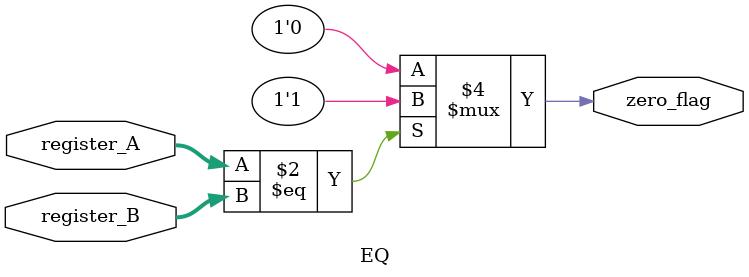
<source format=v>
module EQ (
    input wire [19:0] register_A,
    input wire [19:0] register_B,
    output reg zero_flag
);

// EQ operation
always @(*) begin
    if (register_A == register_B) begin
        zero_flag = 1; // Set zero flag to 1 if register A is equal to register B
    end
    else begin
        zero_flag = 0; // Set zero flag to 0 otherwise
    end
end

endmodule
</source>
